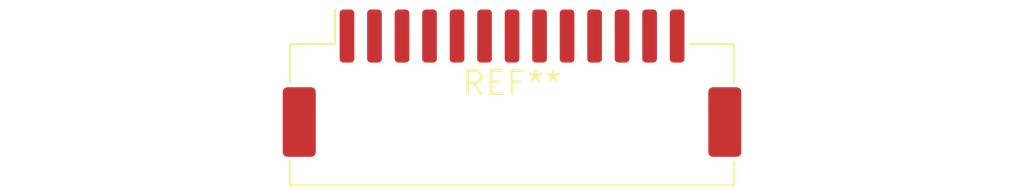
<source format=kicad_pcb>
(kicad_pcb (version 20240108) (generator pcbnew)
  (layers (0 "F.Cu" signal) (31 "B.Cu" signal) (34 "B.Paste" user) (35 "F.Paste" user) (36 "B.SilkS" user "B.Silkscreen") (37 "F.SilkS" user "F.Silkscreen") (38 "B.Mask" user) (39 "F.Mask" user) (44 "Edge.Cuts" user))
  (net 0 "")
  (footprint "JST_ZE_SM13B-ZESS-TB_1x13-1MP_P1.50mm_Horizontal" (layer "F.Cu") (at 0 0)
    (property "Reference" "REF**")
    (property "Value" "JST_ZE_SM13B-ZESS-TB_1x13-1MP_P1.50mm_Horizontal")
    (fp_line (start -12.11 -2.135) (end -9.66 -2.135) (layer "F.SilkS") (stroke (width 0.12)))
    (fp_line (start -12.11 -0.035) (end -12.11 -2.135) (layer "F.SilkS") (stroke (width 0.12)))
    (fp_line (start -12.11 4.285) (end -12.11 5.585) (layer "F.SilkS") (stroke (width 0.12)))
    (fp_line (start -12.11 5.585) (end 12.11 5.585) (layer "F.SilkS") (stroke (width 0.12)))
    (fp_line (start -9.66 -2.135) (end -9.66 -4.025) (layer "F.SilkS") (stroke (width 0.12)))
    (fp_line (start 12.11 -2.135) (end 9.66 -2.135) (layer "F.SilkS") (stroke (width 0.12)))
    (fp_line (start 12.11 -0.035) (end 12.11 -2.135) (layer "F.SilkS") (stroke (width 0.12)))
    (fp_line (start 12.11 5.585) (end 12.11 4.285) (layer "F.SilkS") (stroke (width 0.12)))
    (pad "1" smd roundrect (at -9 -2.575) (size 0.8 2.9) (layers "F.Cu" "F.Paste" "F.Mask"))
    (pad "2" smd roundrect (at -7.5 -2.575) (size 0.8 2.9) (layers "F.Cu" "F.Paste" "F.Mask"))
    (pad "3" smd roundrect (at -6 -2.575) (size 0.8 2.9) (layers "F.Cu" "F.Paste" "F.Mask"))
    (pad "4" smd roundrect (at -4.5 -2.575) (size 0.8 2.9) (layers "F.Cu" "F.Paste" "F.Mask"))
    (pad "5" smd roundrect (at -3 -2.575) (size 0.8 2.9) (layers "F.Cu" "F.Paste" "F.Mask"))
    (pad "6" smd roundrect (at -1.5 -2.575) (size 0.8 2.9) (layers "F.Cu" "F.Paste" "F.Mask"))
    (pad "7" smd roundrect (at 0 -2.575) (size 0.8 2.9) (layers "F.Cu" "F.Paste" "F.Mask"))
    (pad "8" smd roundrect (at 1.5 -2.575) (size 0.8 2.9) (layers "F.Cu" "F.Paste" "F.Mask"))
    (pad "9" smd roundrect (at 3 -2.575) (size 0.8 2.9) (layers "F.Cu" "F.Paste" "F.Mask"))
    (pad "10" smd roundrect (at 4.5 -2.575) (size 0.8 2.9) (layers "F.Cu" "F.Paste" "F.Mask"))
    (pad "11" smd roundrect (at 6 -2.575) (size 0.8 2.9) (layers "F.Cu" "F.Paste" "F.Mask"))
    (pad "12" smd roundrect (at 7.5 -2.575) (size 0.8 2.9) (layers "F.Cu" "F.Paste" "F.Mask"))
    (pad "13" smd roundrect (at 9 -2.575) (size 0.8 2.9) (layers "F.Cu" "F.Paste" "F.Mask"))
    (pad "MP" smd roundrect (at -11.6 2.125) (size 1.8 3.8) (layers "F.Cu" "F.Paste" "F.Mask") (roundrect_rratio 0.138889))
    (pad "MP" smd roundrect (at 11.6 2.125) (size 1.8 3.8) (layers "F.Cu" "F.Paste" "F.Mask") (roundrect_rratio 0.138889))
  )
)
</source>
